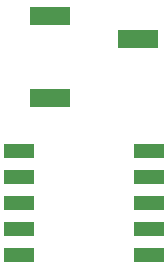
<source format=gbr>
G04 EAGLE Gerber RS-274X export*
G75*
%MOMM*%
%FSLAX34Y34*%
%LPD*%
%INSolderpaste Top*%
%IPPOS*%
%AMOC8*
5,1,8,0,0,1.08239X$1,22.5*%
G01*
G04 Define Apertures*
%ADD10R,2.540000X1.270000*%
%ADD11R,3.500000X1.500000*%
D10*
X87630Y125970D03*
X87630Y103970D03*
X87630Y81970D03*
X87630Y59970D03*
X87630Y37970D03*
X197630Y125970D03*
X197630Y103970D03*
X197630Y81970D03*
X197630Y59970D03*
X197630Y37970D03*
D11*
X113630Y240785D03*
X188630Y220785D03*
X113630Y170785D03*
M02*

</source>
